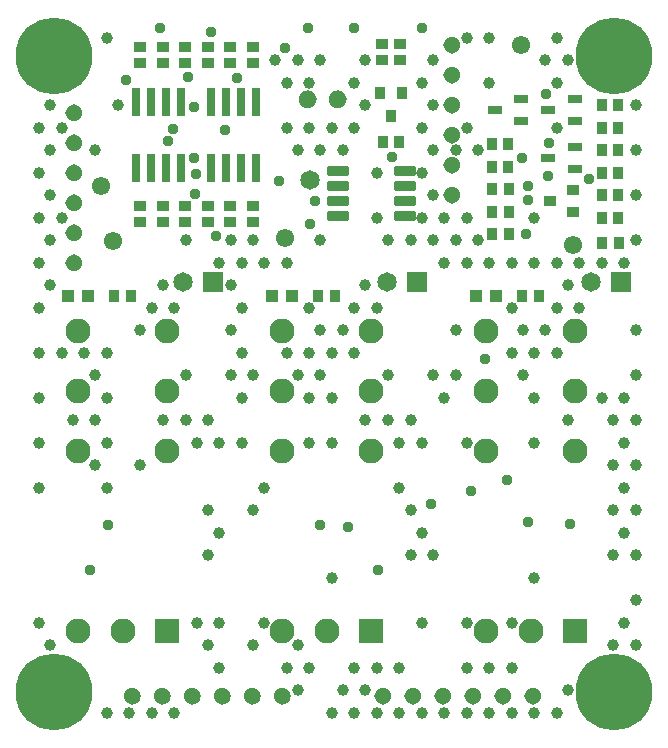
<source format=gts>
G04*
G04 #@! TF.GenerationSoftware,Altium Limited,Altium Designer,22.11.1 (43)*
G04*
G04 Layer_Color=8388736*
%FSLAX23Y23*%
%MOIN*%
G70*
G04*
G04 #@! TF.SameCoordinates,04B4AB74-AA84-4CEB-9DF3-F5B4E246035C*
G04*
G04*
G04 #@! TF.FilePolarity,Negative*
G04*
G01*
G75*
%ADD30R,0.039X0.039*%
%ADD32R,0.041X0.034*%
%ADD33R,0.051X0.030*%
%ADD34R,0.041X0.037*%
%ADD35R,0.037X0.041*%
%ADD36R,0.037X0.041*%
%ADD37R,0.028X0.096*%
G04:AMPARAMS|DCode=38|XSize=32mil|YSize=71mil|CornerRadius=5mil|HoleSize=0mil|Usage=FLASHONLY|Rotation=90.000|XOffset=0mil|YOffset=0mil|HoleType=Round|Shape=RoundedRectangle|*
%AMROUNDEDRECTD38*
21,1,0.032,0.061,0,0,90.0*
21,1,0.022,0.071,0,0,90.0*
1,1,0.010,0.031,0.011*
1,1,0.010,0.031,-0.011*
1,1,0.010,-0.031,-0.011*
1,1,0.010,-0.031,0.011*
%
%ADD38ROUNDEDRECTD38*%
%ADD39R,0.034X0.041*%
%ADD40R,0.041X0.037*%
%ADD41C,0.065*%
%ADD42C,0.256*%
%ADD43R,0.065X0.065*%
%ADD44C,0.083*%
%ADD45R,0.083X0.083*%
%ADD46C,0.039*%
%ADD47C,0.061*%
%ADD48C,0.037*%
G36*
X4847Y4152D02*
X4854Y4149D01*
X4860Y4145D01*
X4864Y4139D01*
X4867Y4132D01*
X4868Y4125D01*
X4867Y4118D01*
X4864Y4111D01*
X4860Y4105D01*
X4854Y4101D01*
X4847Y4098D01*
X4840Y4097D01*
X4833Y4098D01*
X4826Y4101D01*
X4820Y4105D01*
X4816Y4111D01*
X4813Y4118D01*
X4812Y4125D01*
X4813Y4132D01*
X4816Y4139D01*
X4820Y4145D01*
X4826Y4149D01*
X4833Y4152D01*
X4840Y4153D01*
X4847Y4152D01*
D02*
G37*
G36*
X5442Y2707D02*
X5449Y2704D01*
X5455Y2700D01*
X5459Y2694D01*
X5462Y2687D01*
X5463Y2680D01*
X5462Y2673D01*
X5459Y2666D01*
X5455Y2660D01*
X5449Y2656D01*
X5442Y2653D01*
X5435Y2652D01*
X5428Y2653D01*
X5421Y2656D01*
X5415Y2660D01*
X5411Y2666D01*
X5408Y2673D01*
X5407Y2680D01*
X5408Y2687D01*
X5411Y2694D01*
X5415Y2700D01*
X5421Y2704D01*
X5428Y2707D01*
X5435Y2708D01*
X5442Y2707D01*
D02*
G37*
G36*
X5342D02*
X5349Y2704D01*
X5355Y2700D01*
X5359Y2694D01*
X5362Y2687D01*
X5363Y2680D01*
X5362Y2673D01*
X5359Y2666D01*
X5355Y2660D01*
X5349Y2656D01*
X5342Y2653D01*
X5335Y2652D01*
X5328Y2653D01*
X5321Y2656D01*
X5315Y2660D01*
X5311Y2666D01*
X5308Y2673D01*
X5307Y2680D01*
X5308Y2687D01*
X5311Y2694D01*
X5315Y2700D01*
X5321Y2704D01*
X5328Y2707D01*
X5335Y2708D01*
X5342Y2707D01*
D02*
G37*
G36*
X5242D02*
X5249Y2704D01*
X5255Y2700D01*
X5259Y2694D01*
X5262Y2687D01*
X5263Y2680D01*
X5262Y2673D01*
X5259Y2666D01*
X5255Y2660D01*
X5249Y2656D01*
X5242Y2653D01*
X5235Y2652D01*
X5228Y2653D01*
X5221Y2656D01*
X5215Y2660D01*
X5211Y2666D01*
X5208Y2673D01*
X5207Y2680D01*
X5208Y2687D01*
X5211Y2694D01*
X5215Y2700D01*
X5221Y2704D01*
X5228Y2707D01*
X5235Y2708D01*
X5242Y2707D01*
D02*
G37*
G36*
X5142D02*
X5149Y2704D01*
X5155Y2700D01*
X5159Y2694D01*
X5162Y2687D01*
X5163Y2680D01*
X5162Y2673D01*
X5159Y2666D01*
X5155Y2660D01*
X5149Y2656D01*
X5142Y2653D01*
X5135Y2652D01*
X5128Y2653D01*
X5121Y2656D01*
X5115Y2660D01*
X5111Y2666D01*
X5108Y2673D01*
X5107Y2680D01*
X5108Y2687D01*
X5111Y2694D01*
X5115Y2700D01*
X5121Y2704D01*
X5128Y2707D01*
X5135Y2708D01*
X5142Y2707D01*
D02*
G37*
G36*
X5042D02*
X5049Y2704D01*
X5055Y2700D01*
X5059Y2694D01*
X5062Y2687D01*
X5063Y2680D01*
X5062Y2673D01*
X5059Y2666D01*
X5055Y2660D01*
X5049Y2656D01*
X5042Y2653D01*
X5035Y2652D01*
X5028Y2653D01*
X5021Y2656D01*
X5015Y2660D01*
X5011Y2666D01*
X5008Y2673D01*
X5007Y2680D01*
X5008Y2687D01*
X5011Y2694D01*
X5015Y2700D01*
X5021Y2704D01*
X5028Y2707D01*
X5035Y2708D01*
X5042Y2707D01*
D02*
G37*
G36*
X5535Y2652D02*
X5528Y2653D01*
X5521Y2656D01*
X5515Y2660D01*
X5511Y2666D01*
X5508Y2673D01*
X5507Y2680D01*
X5508Y2687D01*
X5511Y2694D01*
X5515Y2700D01*
X5521Y2704D01*
X5528Y2707D01*
X5535Y2708D01*
D01*
X5542Y2707D01*
X5549Y2704D01*
X5555Y2700D01*
X5559Y2694D01*
X5562Y2687D01*
X5563Y2680D01*
X5562Y2673D01*
X5559Y2666D01*
X5555Y2660D01*
X5549Y2656D01*
X5542Y2653D01*
X5535Y2652D01*
D01*
D02*
G37*
G36*
X5870Y2708D02*
X5877Y2707D01*
X5884Y2704D01*
X5890Y2700D01*
X5894Y2694D01*
X5897Y2687D01*
X5898Y2680D01*
X5897Y2673D01*
X5894Y2666D01*
X5890Y2660D01*
X5884Y2656D01*
X5877Y2653D01*
X5870Y2652D01*
D01*
X5863Y2653D01*
X5856Y2656D01*
X5850Y2660D01*
X5846Y2666D01*
X5843Y2673D01*
X5842Y2680D01*
X5843Y2687D01*
X5846Y2694D01*
X5850Y2700D01*
X5856Y2704D01*
X5863Y2707D01*
X5870Y2708D01*
D01*
D02*
G37*
G36*
X5970D02*
X5977Y2707D01*
X5984Y2704D01*
X5990Y2700D01*
X5994Y2694D01*
X5997Y2687D01*
X5998Y2680D01*
X5997Y2673D01*
X5994Y2666D01*
X5990Y2660D01*
X5984Y2656D01*
X5977Y2653D01*
X5970Y2652D01*
D01*
X5963Y2653D01*
X5956Y2656D01*
X5950Y2660D01*
X5946Y2666D01*
X5943Y2673D01*
X5942Y2680D01*
X5943Y2687D01*
X5946Y2694D01*
X5950Y2700D01*
X5956Y2704D01*
X5963Y2707D01*
X5970Y2708D01*
D01*
D02*
G37*
G36*
X6070D02*
X6077Y2707D01*
X6084Y2704D01*
X6090Y2700D01*
X6094Y2694D01*
X6097Y2687D01*
X6098Y2680D01*
X6097Y2673D01*
X6094Y2666D01*
X6090Y2660D01*
X6084Y2656D01*
X6077Y2653D01*
X6070Y2652D01*
D01*
X6063Y2653D01*
X6056Y2656D01*
X6050Y2660D01*
X6046Y2666D01*
X6043Y2673D01*
X6042Y2680D01*
X6043Y2687D01*
X6046Y2694D01*
X6050Y2700D01*
X6056Y2704D01*
X6063Y2707D01*
X6070Y2708D01*
D01*
D02*
G37*
G36*
X6170D02*
X6177Y2707D01*
X6184Y2704D01*
X6190Y2700D01*
X6194Y2694D01*
X6197Y2687D01*
X6198Y2680D01*
X6197Y2673D01*
X6194Y2666D01*
X6190Y2660D01*
X6184Y2656D01*
X6177Y2653D01*
X6170Y2652D01*
D01*
X6163Y2653D01*
X6156Y2656D01*
X6150Y2660D01*
X6146Y2666D01*
X6143Y2673D01*
X6142Y2680D01*
X6143Y2687D01*
X6146Y2694D01*
X6150Y2700D01*
X6156Y2704D01*
X6163Y2707D01*
X6170Y2708D01*
D01*
D02*
G37*
G36*
X6270D02*
X6277Y2707D01*
X6284Y2704D01*
X6290Y2700D01*
X6294Y2694D01*
X6297Y2687D01*
X6298Y2680D01*
X6297Y2673D01*
X6294Y2666D01*
X6290Y2660D01*
X6284Y2656D01*
X6277Y2653D01*
X6270Y2652D01*
D01*
X6263Y2653D01*
X6256Y2656D01*
X6250Y2660D01*
X6246Y2666D01*
X6243Y2673D01*
X6242Y2680D01*
X6243Y2687D01*
X6246Y2694D01*
X6250Y2700D01*
X6256Y2704D01*
X6263Y2707D01*
X6270Y2708D01*
D01*
D02*
G37*
G36*
X6370D02*
X6377Y2707D01*
X6384Y2704D01*
X6390Y2700D01*
X6394Y2694D01*
X6397Y2687D01*
X6398Y2680D01*
X6397Y2673D01*
X6394Y2666D01*
X6390Y2660D01*
X6384Y2656D01*
X6377Y2653D01*
X6370Y2652D01*
D01*
X6363Y2653D01*
X6356Y2656D01*
X6350Y2660D01*
X6346Y2666D01*
X6343Y2673D01*
X6342Y2680D01*
X6343Y2687D01*
X6346Y2694D01*
X6350Y2700D01*
X6356Y2704D01*
X6363Y2707D01*
X6370Y2708D01*
D01*
D02*
G37*
G36*
X5727Y4699D02*
X5734Y4696D01*
X5740Y4691D01*
X5745Y4685D01*
X5748Y4678D01*
X5749Y4670D01*
X5748Y4662D01*
X5745Y4655D01*
X5740Y4649D01*
X5734Y4644D01*
X5727Y4641D01*
X5719Y4640D01*
X5711Y4641D01*
X5704Y4644D01*
X5697Y4649D01*
X5693Y4655D01*
X5690Y4662D01*
X5689Y4670D01*
X5690Y4678D01*
X5693Y4685D01*
X5697Y4691D01*
X5704Y4696D01*
X5711Y4699D01*
X5719Y4700D01*
X5727Y4699D01*
D02*
G37*
G36*
X5627D02*
X5634Y4696D01*
X5640Y4691D01*
X5645Y4685D01*
X5648Y4678D01*
X5649Y4670D01*
X5648Y4662D01*
X5645Y4655D01*
X5640Y4649D01*
X5634Y4644D01*
X5627Y4641D01*
X5619Y4640D01*
X5611Y4641D01*
X5604Y4644D01*
X5597Y4649D01*
X5593Y4655D01*
X5590Y4662D01*
X5589Y4670D01*
X5590Y4678D01*
X5593Y4685D01*
X5597Y4691D01*
X5604Y4696D01*
X5611Y4699D01*
X5619Y4700D01*
X5627Y4699D01*
D02*
G37*
G36*
X4847Y4652D02*
X4854Y4649D01*
X4860Y4645D01*
X4864Y4639D01*
X4867Y4632D01*
X4868Y4625D01*
X4867Y4618D01*
X4864Y4611D01*
X4860Y4605D01*
X4854Y4601D01*
X4847Y4598D01*
X4840Y4597D01*
X4833Y4598D01*
X4826Y4601D01*
X4820Y4605D01*
X4816Y4611D01*
X4813Y4618D01*
X4812Y4625D01*
X4813Y4632D01*
X4816Y4639D01*
X4820Y4645D01*
X4826Y4649D01*
X4833Y4652D01*
X4840Y4653D01*
X4847Y4652D01*
D02*
G37*
G36*
Y4552D02*
X4854Y4549D01*
X4860Y4545D01*
X4864Y4539D01*
X4867Y4532D01*
X4868Y4525D01*
X4867Y4518D01*
X4864Y4511D01*
X4860Y4505D01*
X4854Y4501D01*
X4847Y4498D01*
X4840Y4497D01*
X4833Y4498D01*
X4826Y4501D01*
X4820Y4505D01*
X4816Y4511D01*
X4813Y4518D01*
X4812Y4525D01*
X4813Y4532D01*
X4816Y4539D01*
X4820Y4545D01*
X4826Y4549D01*
X4833Y4552D01*
X4840Y4553D01*
X4847Y4552D01*
D02*
G37*
G36*
Y4452D02*
X4854Y4449D01*
X4860Y4445D01*
X4864Y4439D01*
X4867Y4432D01*
X4868Y4425D01*
X4867Y4418D01*
X4864Y4411D01*
X4860Y4405D01*
X4854Y4401D01*
X4847Y4398D01*
X4840Y4397D01*
X4833Y4398D01*
X4826Y4401D01*
X4820Y4405D01*
X4816Y4411D01*
X4813Y4418D01*
X4812Y4425D01*
X4813Y4432D01*
X4816Y4439D01*
X4820Y4445D01*
X4826Y4449D01*
X4833Y4452D01*
X4840Y4453D01*
X4847Y4452D01*
D02*
G37*
G36*
Y4352D02*
X4854Y4349D01*
X4860Y4345D01*
X4864Y4339D01*
X4867Y4332D01*
X4868Y4325D01*
X4867Y4318D01*
X4864Y4311D01*
X4860Y4305D01*
X4854Y4301D01*
X4847Y4298D01*
X4840Y4297D01*
X4833Y4298D01*
X4826Y4301D01*
X4820Y4305D01*
X4816Y4311D01*
X4813Y4318D01*
X4812Y4325D01*
X4813Y4332D01*
X4816Y4339D01*
X4820Y4345D01*
X4826Y4349D01*
X4833Y4352D01*
X4840Y4353D01*
X4847Y4352D01*
D02*
G37*
G36*
Y4252D02*
X4854Y4249D01*
X4860Y4245D01*
X4864Y4239D01*
X4867Y4232D01*
X4868Y4225D01*
X4867Y4218D01*
X4864Y4211D01*
X4860Y4205D01*
X4854Y4201D01*
X4847Y4198D01*
X4840Y4197D01*
X4833Y4198D01*
X4826Y4201D01*
X4820Y4205D01*
X4816Y4211D01*
X4813Y4218D01*
X4812Y4225D01*
X4813Y4232D01*
X4816Y4239D01*
X4820Y4245D01*
X4826Y4249D01*
X4833Y4252D01*
X4840Y4253D01*
X4847Y4252D01*
D02*
G37*
G36*
X6072Y4350D02*
X6073Y4357D01*
X6076Y4364D01*
X6080Y4370D01*
X6086Y4374D01*
X6093Y4377D01*
X6100Y4378D01*
X6107Y4377D01*
X6114Y4374D01*
X6120Y4370D01*
X6124Y4364D01*
X6127Y4357D01*
X6128Y4350D01*
D01*
X6127Y4343D01*
X6124Y4336D01*
X6120Y4330D01*
X6114Y4326D01*
X6107Y4323D01*
X6100Y4322D01*
X6093Y4323D01*
X6086Y4326D01*
X6080Y4330D01*
X6076Y4336D01*
X6073Y4343D01*
X6072Y4350D01*
D01*
D02*
G37*
G36*
Y4450D02*
X6073Y4457D01*
X6076Y4464D01*
X6080Y4470D01*
X6086Y4474D01*
X6093Y4477D01*
X6100Y4478D01*
X6107Y4477D01*
X6114Y4474D01*
X6120Y4470D01*
X6124Y4464D01*
X6127Y4457D01*
X6128Y4450D01*
D01*
X6127Y4443D01*
X6124Y4436D01*
X6120Y4430D01*
X6114Y4426D01*
X6107Y4423D01*
X6100Y4422D01*
X6093Y4423D01*
X6086Y4426D01*
X6080Y4430D01*
X6076Y4436D01*
X6073Y4443D01*
X6072Y4450D01*
D01*
D02*
G37*
G36*
Y4550D02*
X6073Y4557D01*
X6076Y4564D01*
X6080Y4570D01*
X6086Y4574D01*
X6093Y4577D01*
X6100Y4578D01*
X6107Y4577D01*
X6114Y4574D01*
X6120Y4570D01*
X6124Y4564D01*
X6127Y4557D01*
X6128Y4550D01*
D01*
X6127Y4543D01*
X6124Y4536D01*
X6120Y4530D01*
X6114Y4526D01*
X6107Y4523D01*
X6100Y4522D01*
X6093Y4523D01*
X6086Y4526D01*
X6080Y4530D01*
X6076Y4536D01*
X6073Y4543D01*
X6072Y4550D01*
D01*
D02*
G37*
G36*
Y4650D02*
X6073Y4657D01*
X6076Y4664D01*
X6080Y4670D01*
X6086Y4674D01*
X6093Y4677D01*
X6100Y4678D01*
X6107Y4677D01*
X6114Y4674D01*
X6120Y4670D01*
X6124Y4664D01*
X6127Y4657D01*
X6128Y4650D01*
D01*
X6127Y4643D01*
X6124Y4636D01*
X6120Y4630D01*
X6114Y4626D01*
X6107Y4623D01*
X6100Y4622D01*
X6093Y4623D01*
X6086Y4626D01*
X6080Y4630D01*
X6076Y4636D01*
X6073Y4643D01*
X6072Y4650D01*
D01*
D02*
G37*
G36*
Y4750D02*
X6073Y4757D01*
X6076Y4764D01*
X6080Y4770D01*
X6086Y4774D01*
X6093Y4777D01*
X6100Y4778D01*
X6107Y4777D01*
X6114Y4774D01*
X6120Y4770D01*
X6124Y4764D01*
X6127Y4757D01*
X6128Y4750D01*
D01*
X6127Y4743D01*
X6124Y4736D01*
X6120Y4730D01*
X6114Y4726D01*
X6107Y4723D01*
X6100Y4722D01*
X6093Y4723D01*
X6086Y4726D01*
X6080Y4730D01*
X6076Y4736D01*
X6073Y4743D01*
X6072Y4750D01*
D01*
D02*
G37*
G36*
Y4850D02*
X6073Y4857D01*
X6076Y4864D01*
X6080Y4870D01*
X6086Y4874D01*
X6093Y4877D01*
X6100Y4878D01*
X6107Y4877D01*
X6114Y4874D01*
X6120Y4870D01*
X6124Y4864D01*
X6127Y4857D01*
X6128Y4850D01*
D01*
X6127Y4843D01*
X6124Y4836D01*
X6120Y4830D01*
X6114Y4826D01*
X6107Y4823D01*
X6100Y4822D01*
X6093Y4823D01*
X6086Y4826D01*
X6080Y4830D01*
X6076Y4836D01*
X6073Y4843D01*
X6072Y4850D01*
D01*
D02*
G37*
D30*
X4819Y4015D02*
D03*
X4886D02*
D03*
X6246D02*
D03*
X6179D02*
D03*
X5566D02*
D03*
X5499D02*
D03*
D32*
X5867Y4855D02*
D03*
Y4800D02*
D03*
D33*
X6421Y4635D02*
D03*
X6509Y4672D02*
D03*
Y4598D02*
D03*
X6332D02*
D03*
Y4672D02*
D03*
X6244Y4635D02*
D03*
X6509Y4438D02*
D03*
Y4512D02*
D03*
X6421Y4475D02*
D03*
D34*
X5927Y4800D02*
D03*
Y4855D02*
D03*
X5362Y4260D02*
D03*
Y4315D02*
D03*
X5137Y4845D02*
D03*
Y4790D02*
D03*
X5362D02*
D03*
Y4845D02*
D03*
X5287D02*
D03*
Y4790D02*
D03*
X5212Y4790D02*
D03*
Y4845D02*
D03*
X5437Y4790D02*
D03*
Y4845D02*
D03*
X5212Y4315D02*
D03*
Y4260D02*
D03*
X5437Y4315D02*
D03*
Y4260D02*
D03*
X5137Y4315D02*
D03*
Y4260D02*
D03*
X5287Y4260D02*
D03*
Y4315D02*
D03*
X5062Y4260D02*
D03*
Y4315D02*
D03*
Y4790D02*
D03*
Y4845D02*
D03*
D35*
X5925Y4527D02*
D03*
X5870D02*
D03*
X6655Y4350D02*
D03*
X6600D02*
D03*
X6655Y4425D02*
D03*
X6600D02*
D03*
X6600Y4650D02*
D03*
X6655D02*
D03*
X6235Y4370D02*
D03*
X6290D02*
D03*
X6235Y4295D02*
D03*
X6290D02*
D03*
X6290Y4220D02*
D03*
X6235D02*
D03*
D36*
X5897Y4613D02*
D03*
X5860Y4692D02*
D03*
X5934D02*
D03*
D37*
X5197Y4442D02*
D03*
X5147D02*
D03*
X5097D02*
D03*
X5047D02*
D03*
Y4662D02*
D03*
X5097D02*
D03*
X5147D02*
D03*
X5197D02*
D03*
X5297Y4442D02*
D03*
X5347D02*
D03*
X5397D02*
D03*
X5447D02*
D03*
Y4662D02*
D03*
X5397D02*
D03*
X5347D02*
D03*
X5297D02*
D03*
D38*
X5944Y4280D02*
D03*
Y4330D02*
D03*
Y4380D02*
D03*
Y4430D02*
D03*
X5722Y4280D02*
D03*
Y4330D02*
D03*
Y4380D02*
D03*
Y4430D02*
D03*
D39*
X6390Y4015D02*
D03*
X6335D02*
D03*
X5030D02*
D03*
X4975D02*
D03*
X5710D02*
D03*
X5655D02*
D03*
X6600Y4575D02*
D03*
X6655D02*
D03*
X6288Y4445D02*
D03*
X6233D02*
D03*
X6233Y4520D02*
D03*
X6288D02*
D03*
X6600Y4275D02*
D03*
X6655D02*
D03*
Y4500D02*
D03*
X6600D02*
D03*
X6602Y4190D02*
D03*
X6658D02*
D03*
D40*
X6504Y4293D02*
D03*
Y4367D02*
D03*
X6426Y4330D02*
D03*
D41*
X5627Y4400D02*
D03*
X6563Y4060D02*
D03*
X5883D02*
D03*
X5203D02*
D03*
D42*
X6640Y4815D02*
D03*
Y2695D02*
D03*
X4775D02*
D03*
Y4815D02*
D03*
D43*
X6663Y4060D02*
D03*
X5983D02*
D03*
X5303D02*
D03*
D44*
X6363Y2899D02*
D03*
X6215D02*
D03*
Y3499D02*
D03*
Y3698D02*
D03*
Y3896D02*
D03*
X6511Y3499D02*
D03*
Y3698D02*
D03*
Y3896D02*
D03*
X5683Y2899D02*
D03*
X5535D02*
D03*
Y3499D02*
D03*
Y3698D02*
D03*
Y3896D02*
D03*
X5831Y3499D02*
D03*
Y3698D02*
D03*
Y3896D02*
D03*
X5003Y2899D02*
D03*
X4855D02*
D03*
Y3499D02*
D03*
Y3698D02*
D03*
Y3896D02*
D03*
X5151Y3499D02*
D03*
Y3698D02*
D03*
Y3896D02*
D03*
D45*
X6511Y2899D02*
D03*
X5831D02*
D03*
X5151D02*
D03*
D46*
X6713Y4650D02*
D03*
Y4500D02*
D03*
Y4350D02*
D03*
Y4200D02*
D03*
X6675Y4125D02*
D03*
X6713Y3900D02*
D03*
Y3750D02*
D03*
X6675Y3675D02*
D03*
X6713Y3600D02*
D03*
X6675Y3525D02*
D03*
X6713Y3450D02*
D03*
X6675Y3375D02*
D03*
X6713Y3300D02*
D03*
X6675Y3225D02*
D03*
X6713Y3150D02*
D03*
Y3000D02*
D03*
X6675Y2925D02*
D03*
X6713Y2850D02*
D03*
X6600Y4125D02*
D03*
Y3675D02*
D03*
X6637Y3600D02*
D03*
Y3450D02*
D03*
Y3300D02*
D03*
Y3150D02*
D03*
Y2850D02*
D03*
X6525Y4125D02*
D03*
Y3975D02*
D03*
X6450Y4875D02*
D03*
X6488Y4800D02*
D03*
X6450Y4725D02*
D03*
Y4575D02*
D03*
Y4125D02*
D03*
X6488Y4050D02*
D03*
X6450Y3975D02*
D03*
Y3825D02*
D03*
X6488Y3600D02*
D03*
Y2700D02*
D03*
X6450Y2625D02*
D03*
X6412Y4800D02*
D03*
X6375Y4275D02*
D03*
Y4125D02*
D03*
X6412Y3900D02*
D03*
X6375Y3825D02*
D03*
Y3675D02*
D03*
Y3525D02*
D03*
Y3075D02*
D03*
Y2625D02*
D03*
X6300Y4125D02*
D03*
Y3975D02*
D03*
X6338Y3900D02*
D03*
X6300Y3825D02*
D03*
X6338Y3750D02*
D03*
X6300Y2925D02*
D03*
Y2775D02*
D03*
Y2625D02*
D03*
X6225Y4875D02*
D03*
Y4725D02*
D03*
Y4125D02*
D03*
Y2775D02*
D03*
Y2625D02*
D03*
X6150Y4875D02*
D03*
Y4575D02*
D03*
X6188Y4500D02*
D03*
X6150Y4275D02*
D03*
X6188Y4200D02*
D03*
X6150Y4125D02*
D03*
Y3525D02*
D03*
Y2925D02*
D03*
Y2775D02*
D03*
Y2625D02*
D03*
X6113Y4500D02*
D03*
X6075Y4275D02*
D03*
X6113Y4200D02*
D03*
X6075Y4125D02*
D03*
X6113Y3900D02*
D03*
Y3750D02*
D03*
X6075Y3675D02*
D03*
Y2625D02*
D03*
X6037Y4800D02*
D03*
X6000Y4725D02*
D03*
X6037Y4650D02*
D03*
X6000Y4575D02*
D03*
X6037Y4500D02*
D03*
X6000Y4425D02*
D03*
X6037Y4350D02*
D03*
X6000Y4275D02*
D03*
X6037Y4200D02*
D03*
Y3750D02*
D03*
X6000Y3525D02*
D03*
Y3225D02*
D03*
X6037Y3150D02*
D03*
X6000Y2925D02*
D03*
Y2625D02*
D03*
X5963Y4200D02*
D03*
Y3600D02*
D03*
X5925Y3525D02*
D03*
Y3375D02*
D03*
X5963Y3300D02*
D03*
Y3150D02*
D03*
X5925Y2775D02*
D03*
Y2625D02*
D03*
X5850Y4425D02*
D03*
Y4275D02*
D03*
X5887Y4200D02*
D03*
X5850Y3975D02*
D03*
X5887Y3750D02*
D03*
Y3600D02*
D03*
X5850Y2775D02*
D03*
Y2625D02*
D03*
X5812Y4800D02*
D03*
X5775Y4725D02*
D03*
X5812Y4650D02*
D03*
X5775Y4575D02*
D03*
X5812Y4050D02*
D03*
X5775Y3975D02*
D03*
Y3825D02*
D03*
X5812Y3600D02*
D03*
X5775Y2775D02*
D03*
X5812Y2700D02*
D03*
X5775Y2625D02*
D03*
X5700Y4575D02*
D03*
X5738Y4500D02*
D03*
Y3900D02*
D03*
X5700Y3825D02*
D03*
Y3675D02*
D03*
Y3525D02*
D03*
Y3075D02*
D03*
X5738Y2700D02*
D03*
X5700Y2625D02*
D03*
X5662Y4800D02*
D03*
X5625Y4725D02*
D03*
Y4575D02*
D03*
X5662Y4500D02*
D03*
Y4200D02*
D03*
X5625Y3975D02*
D03*
X5662Y3900D02*
D03*
X5625Y3825D02*
D03*
X5662Y3750D02*
D03*
X5625Y3675D02*
D03*
Y3525D02*
D03*
Y2775D02*
D03*
X5588Y4800D02*
D03*
X5550Y4725D02*
D03*
Y4575D02*
D03*
X5588Y4500D02*
D03*
X5550Y4125D02*
D03*
Y3825D02*
D03*
X5588Y3750D02*
D03*
Y2850D02*
D03*
X5550Y2775D02*
D03*
X5588Y2700D02*
D03*
X5512Y4800D02*
D03*
X5475Y4125D02*
D03*
Y3375D02*
D03*
Y2925D02*
D03*
X5438Y4200D02*
D03*
X5400Y4125D02*
D03*
Y3975D02*
D03*
Y3825D02*
D03*
X5438Y3750D02*
D03*
X5400Y3675D02*
D03*
Y3525D02*
D03*
X5438Y3300D02*
D03*
Y2850D02*
D03*
X5363Y4200D02*
D03*
X5325Y4125D02*
D03*
X5363Y4050D02*
D03*
Y3900D02*
D03*
Y3750D02*
D03*
X5325Y3525D02*
D03*
Y3225D02*
D03*
Y2925D02*
D03*
Y2775D02*
D03*
X5287Y3600D02*
D03*
X5250Y3525D02*
D03*
X5287Y3300D02*
D03*
Y3150D02*
D03*
X5250Y2925D02*
D03*
X5287Y2850D02*
D03*
X5213Y4200D02*
D03*
X5175Y3975D02*
D03*
X5213Y3750D02*
D03*
Y3600D02*
D03*
X5175Y2625D02*
D03*
X5137Y4050D02*
D03*
X5100Y3975D02*
D03*
X5137Y3600D02*
D03*
X5100Y2625D02*
D03*
X5062Y3900D02*
D03*
Y3450D02*
D03*
X5025Y2625D02*
D03*
X4950Y4875D02*
D03*
X4988Y4650D02*
D03*
X4950Y3825D02*
D03*
Y3675D02*
D03*
Y3525D02*
D03*
Y3375D02*
D03*
Y2625D02*
D03*
X4912Y4500D02*
D03*
X4875Y3825D02*
D03*
X4912Y3750D02*
D03*
Y3600D02*
D03*
Y3450D02*
D03*
X4800Y4575D02*
D03*
Y4275D02*
D03*
Y3825D02*
D03*
X4838Y3600D02*
D03*
X4762Y4650D02*
D03*
X4725Y4575D02*
D03*
X4762Y4500D02*
D03*
X4725Y4425D02*
D03*
X4762Y4350D02*
D03*
X4725Y4275D02*
D03*
X4762Y4200D02*
D03*
X4725Y4125D02*
D03*
X4762Y4050D02*
D03*
X4725Y3975D02*
D03*
Y3825D02*
D03*
Y3675D02*
D03*
Y3525D02*
D03*
Y3375D02*
D03*
Y2925D02*
D03*
X4762Y2850D02*
D03*
D47*
X6504Y4185D02*
D03*
X4970Y4198D02*
D03*
X4930Y4380D02*
D03*
X6330Y4850D02*
D03*
X5545Y4207D02*
D03*
D48*
X5245Y4355D02*
D03*
X5383Y4742D02*
D03*
X6000Y4906D02*
D03*
X5775D02*
D03*
X5619D02*
D03*
X5128D02*
D03*
X5545Y4840D02*
D03*
X5902Y4477D02*
D03*
X6335Y4475D02*
D03*
X6414Y4689D02*
D03*
X6355Y4334D02*
D03*
X5525Y4397D02*
D03*
X5239Y4644D02*
D03*
X5645Y4330D02*
D03*
X5627Y4255D02*
D03*
X5343Y4568D02*
D03*
X5239Y4475D02*
D03*
X5155Y4530D02*
D03*
X6355Y4380D02*
D03*
X5170Y4570D02*
D03*
X5220Y4745D02*
D03*
X5015Y4733D02*
D03*
X5298Y4895D02*
D03*
X6558Y4405D02*
D03*
X6425Y4525D02*
D03*
X6420Y4415D02*
D03*
X5247Y4420D02*
D03*
X6030Y3322D02*
D03*
X4955Y3250D02*
D03*
X5660D02*
D03*
X5755Y3245D02*
D03*
X6165Y3365D02*
D03*
X6355Y3260D02*
D03*
X5315Y4213D02*
D03*
X6210Y3805D02*
D03*
X6285Y3400D02*
D03*
X4895Y3100D02*
D03*
X5855D02*
D03*
X6495Y3255D02*
D03*
X6348Y4220D02*
D03*
M02*

</source>
